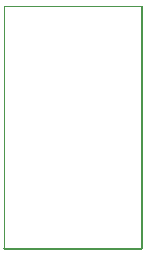
<source format=gko>
G04*
G04 #@! TF.GenerationSoftware,Altium Limited,Altium Designer,18.0.7 (293)*
G04*
G04 Layer_Color=16711935*
%FSLAX25Y25*%
%MOIN*%
G70*
G01*
G75*
%ADD17C,0.00200*%
D17*
X242699Y277559D02*
G03*
X242598Y277659I-100J0D01*
G01*
X242699Y277559D02*
G03*
X242598Y277659I-100J0D01*
G01*
Y196750D02*
G03*
X242699Y196850I0J100D01*
G01*
X242598Y196750D02*
G03*
X242699Y196850I0J100D01*
G01*
X196850Y277659D02*
G03*
X196750Y277559I0J-100D01*
G01*
X196850Y277659D02*
G03*
X196750Y277559I0J-100D01*
G01*
Y196850D02*
G03*
X196850Y196750I100J0D01*
G01*
X196750Y196850D02*
G03*
X196850Y196750I100J0D01*
G01*
X196950Y196950D02*
Y277459D01*
X242498Y196950D02*
Y277459D01*
X242699Y196850D02*
Y277559D01*
X196950Y277459D02*
X242498D01*
X196850Y277659D02*
X242598D01*
X196950Y196950D02*
X242498D01*
X196850Y196750D02*
X242598D01*
X196750Y196850D02*
Y277559D01*
M02*

</source>
